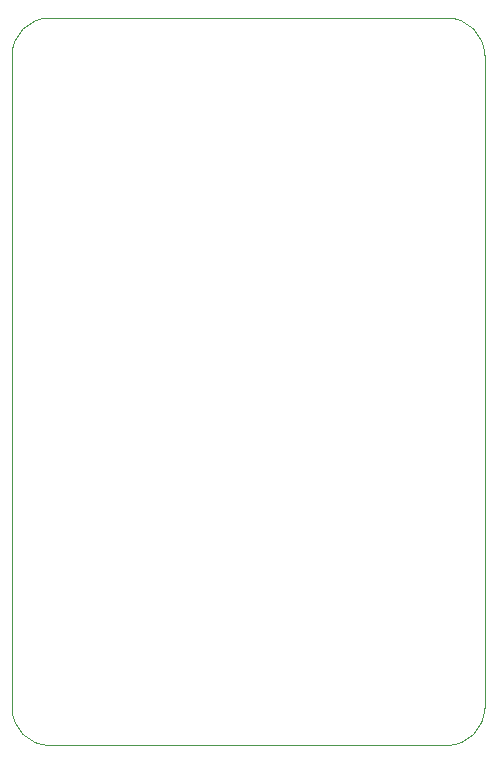
<source format=gbr>
%TF.GenerationSoftware,KiCad,Pcbnew,(5.1.9)-1*%
%TF.CreationDate,2021-04-06T17:35:40-04:00*%
%TF.ProjectId,button_box,62757474-6f6e-45f6-926f-782e6b696361,rev?*%
%TF.SameCoordinates,Original*%
%TF.FileFunction,Profile,NP*%
%FSLAX46Y46*%
G04 Gerber Fmt 4.6, Leading zero omitted, Abs format (unit mm)*
G04 Created by KiCad (PCBNEW (5.1.9)-1) date 2021-04-06 17:35:40*
%MOMM*%
%LPD*%
G01*
G04 APERTURE LIST*
%TA.AperFunction,Profile*%
%ADD10C,0.050000*%
%TD*%
G04 APERTURE END LIST*
D10*
X104140000Y-76850000D02*
G75*
G02*
X107315000Y-73675000I3175000J0D01*
G01*
X140970000Y-73675000D02*
G75*
G02*
X144145000Y-76850000I0J-3175000D01*
G01*
X107315000Y-135270000D02*
G75*
G02*
X104140000Y-132095000I0J3175000D01*
G01*
X144145000Y-132095000D02*
G75*
G02*
X140970000Y-135270000I-3175000J0D01*
G01*
X140970000Y-73675000D02*
X107315000Y-73675000D01*
X144145000Y-132095000D02*
X144145000Y-76850000D01*
X104140000Y-132095000D02*
X104140000Y-76850000D01*
X107315000Y-135270000D02*
X140970000Y-135270000D01*
M02*

</source>
